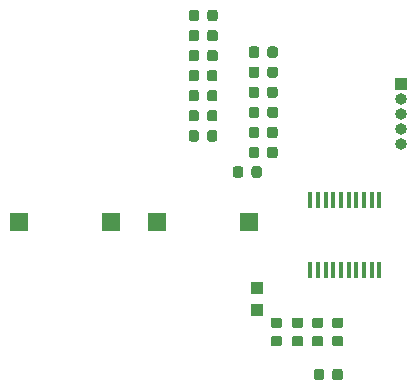
<source format=gbr>
G04 #@! TF.GenerationSoftware,KiCad,Pcbnew,5.1.4-1.fc30*
G04 #@! TF.CreationDate,2020-10-18T16:52:28+02:00*
G04 #@! TF.ProjectId,synchro2,73796e63-6872-46f3-922e-6b696361645f,rev?*
G04 #@! TF.SameCoordinates,Original*
G04 #@! TF.FileFunction,Paste,Top*
G04 #@! TF.FilePolarity,Positive*
%FSLAX46Y46*%
G04 Gerber Fmt 4.6, Leading zero omitted, Abs format (unit mm)*
G04 Created by KiCad (PCBNEW 5.1.4-1.fc30) date 2020-10-18 16:52:28*
%MOMM*%
%LPD*%
G04 APERTURE LIST*
%ADD10R,1.000000X1.000000*%
%ADD11O,1.000000X1.000000*%
%ADD12R,1.500000X1.500000*%
%ADD13C,0.100000*%
%ADD14C,0.875000*%
%ADD15R,0.450000X1.450000*%
G04 APERTURE END LIST*
D10*
X235820000Y-104630000D03*
D11*
X235820000Y-105900000D03*
X235820000Y-107170000D03*
X235820000Y-108440000D03*
X235820000Y-109710000D03*
D10*
X223650000Y-121860000D03*
X223650000Y-123760000D03*
D12*
X215200000Y-116300000D03*
X223000000Y-116300000D03*
D13*
G36*
X218552691Y-103426053D02*
G01*
X218573926Y-103429203D01*
X218594750Y-103434419D01*
X218614962Y-103441651D01*
X218634368Y-103450830D01*
X218652781Y-103461866D01*
X218670024Y-103474654D01*
X218685930Y-103489070D01*
X218700346Y-103504976D01*
X218713134Y-103522219D01*
X218724170Y-103540632D01*
X218733349Y-103560038D01*
X218740581Y-103580250D01*
X218745797Y-103601074D01*
X218748947Y-103622309D01*
X218750000Y-103643750D01*
X218750000Y-104156250D01*
X218748947Y-104177691D01*
X218745797Y-104198926D01*
X218740581Y-104219750D01*
X218733349Y-104239962D01*
X218724170Y-104259368D01*
X218713134Y-104277781D01*
X218700346Y-104295024D01*
X218685930Y-104310930D01*
X218670024Y-104325346D01*
X218652781Y-104338134D01*
X218634368Y-104349170D01*
X218614962Y-104358349D01*
X218594750Y-104365581D01*
X218573926Y-104370797D01*
X218552691Y-104373947D01*
X218531250Y-104375000D01*
X218093750Y-104375000D01*
X218072309Y-104373947D01*
X218051074Y-104370797D01*
X218030250Y-104365581D01*
X218010038Y-104358349D01*
X217990632Y-104349170D01*
X217972219Y-104338134D01*
X217954976Y-104325346D01*
X217939070Y-104310930D01*
X217924654Y-104295024D01*
X217911866Y-104277781D01*
X217900830Y-104259368D01*
X217891651Y-104239962D01*
X217884419Y-104219750D01*
X217879203Y-104198926D01*
X217876053Y-104177691D01*
X217875000Y-104156250D01*
X217875000Y-103643750D01*
X217876053Y-103622309D01*
X217879203Y-103601074D01*
X217884419Y-103580250D01*
X217891651Y-103560038D01*
X217900830Y-103540632D01*
X217911866Y-103522219D01*
X217924654Y-103504976D01*
X217939070Y-103489070D01*
X217954976Y-103474654D01*
X217972219Y-103461866D01*
X217990632Y-103450830D01*
X218010038Y-103441651D01*
X218030250Y-103434419D01*
X218051074Y-103429203D01*
X218072309Y-103426053D01*
X218093750Y-103425000D01*
X218531250Y-103425000D01*
X218552691Y-103426053D01*
X218552691Y-103426053D01*
G37*
D14*
X218312500Y-103900000D03*
D13*
G36*
X220127691Y-103426053D02*
G01*
X220148926Y-103429203D01*
X220169750Y-103434419D01*
X220189962Y-103441651D01*
X220209368Y-103450830D01*
X220227781Y-103461866D01*
X220245024Y-103474654D01*
X220260930Y-103489070D01*
X220275346Y-103504976D01*
X220288134Y-103522219D01*
X220299170Y-103540632D01*
X220308349Y-103560038D01*
X220315581Y-103580250D01*
X220320797Y-103601074D01*
X220323947Y-103622309D01*
X220325000Y-103643750D01*
X220325000Y-104156250D01*
X220323947Y-104177691D01*
X220320797Y-104198926D01*
X220315581Y-104219750D01*
X220308349Y-104239962D01*
X220299170Y-104259368D01*
X220288134Y-104277781D01*
X220275346Y-104295024D01*
X220260930Y-104310930D01*
X220245024Y-104325346D01*
X220227781Y-104338134D01*
X220209368Y-104349170D01*
X220189962Y-104358349D01*
X220169750Y-104365581D01*
X220148926Y-104370797D01*
X220127691Y-104373947D01*
X220106250Y-104375000D01*
X219668750Y-104375000D01*
X219647309Y-104373947D01*
X219626074Y-104370797D01*
X219605250Y-104365581D01*
X219585038Y-104358349D01*
X219565632Y-104349170D01*
X219547219Y-104338134D01*
X219529976Y-104325346D01*
X219514070Y-104310930D01*
X219499654Y-104295024D01*
X219486866Y-104277781D01*
X219475830Y-104259368D01*
X219466651Y-104239962D01*
X219459419Y-104219750D01*
X219454203Y-104198926D01*
X219451053Y-104177691D01*
X219450000Y-104156250D01*
X219450000Y-103643750D01*
X219451053Y-103622309D01*
X219454203Y-103601074D01*
X219459419Y-103580250D01*
X219466651Y-103560038D01*
X219475830Y-103540632D01*
X219486866Y-103522219D01*
X219499654Y-103504976D01*
X219514070Y-103489070D01*
X219529976Y-103474654D01*
X219547219Y-103461866D01*
X219565632Y-103450830D01*
X219585038Y-103441651D01*
X219605250Y-103434419D01*
X219626074Y-103429203D01*
X219647309Y-103426053D01*
X219668750Y-103425000D01*
X220106250Y-103425000D01*
X220127691Y-103426053D01*
X220127691Y-103426053D01*
G37*
D14*
X219887500Y-103900000D03*
D13*
G36*
X223652691Y-106526053D02*
G01*
X223673926Y-106529203D01*
X223694750Y-106534419D01*
X223714962Y-106541651D01*
X223734368Y-106550830D01*
X223752781Y-106561866D01*
X223770024Y-106574654D01*
X223785930Y-106589070D01*
X223800346Y-106604976D01*
X223813134Y-106622219D01*
X223824170Y-106640632D01*
X223833349Y-106660038D01*
X223840581Y-106680250D01*
X223845797Y-106701074D01*
X223848947Y-106722309D01*
X223850000Y-106743750D01*
X223850000Y-107256250D01*
X223848947Y-107277691D01*
X223845797Y-107298926D01*
X223840581Y-107319750D01*
X223833349Y-107339962D01*
X223824170Y-107359368D01*
X223813134Y-107377781D01*
X223800346Y-107395024D01*
X223785930Y-107410930D01*
X223770024Y-107425346D01*
X223752781Y-107438134D01*
X223734368Y-107449170D01*
X223714962Y-107458349D01*
X223694750Y-107465581D01*
X223673926Y-107470797D01*
X223652691Y-107473947D01*
X223631250Y-107475000D01*
X223193750Y-107475000D01*
X223172309Y-107473947D01*
X223151074Y-107470797D01*
X223130250Y-107465581D01*
X223110038Y-107458349D01*
X223090632Y-107449170D01*
X223072219Y-107438134D01*
X223054976Y-107425346D01*
X223039070Y-107410930D01*
X223024654Y-107395024D01*
X223011866Y-107377781D01*
X223000830Y-107359368D01*
X222991651Y-107339962D01*
X222984419Y-107319750D01*
X222979203Y-107298926D01*
X222976053Y-107277691D01*
X222975000Y-107256250D01*
X222975000Y-106743750D01*
X222976053Y-106722309D01*
X222979203Y-106701074D01*
X222984419Y-106680250D01*
X222991651Y-106660038D01*
X223000830Y-106640632D01*
X223011866Y-106622219D01*
X223024654Y-106604976D01*
X223039070Y-106589070D01*
X223054976Y-106574654D01*
X223072219Y-106561866D01*
X223090632Y-106550830D01*
X223110038Y-106541651D01*
X223130250Y-106534419D01*
X223151074Y-106529203D01*
X223172309Y-106526053D01*
X223193750Y-106525000D01*
X223631250Y-106525000D01*
X223652691Y-106526053D01*
X223652691Y-106526053D01*
G37*
D14*
X223412500Y-107000000D03*
D13*
G36*
X225227691Y-106526053D02*
G01*
X225248926Y-106529203D01*
X225269750Y-106534419D01*
X225289962Y-106541651D01*
X225309368Y-106550830D01*
X225327781Y-106561866D01*
X225345024Y-106574654D01*
X225360930Y-106589070D01*
X225375346Y-106604976D01*
X225388134Y-106622219D01*
X225399170Y-106640632D01*
X225408349Y-106660038D01*
X225415581Y-106680250D01*
X225420797Y-106701074D01*
X225423947Y-106722309D01*
X225425000Y-106743750D01*
X225425000Y-107256250D01*
X225423947Y-107277691D01*
X225420797Y-107298926D01*
X225415581Y-107319750D01*
X225408349Y-107339962D01*
X225399170Y-107359368D01*
X225388134Y-107377781D01*
X225375346Y-107395024D01*
X225360930Y-107410930D01*
X225345024Y-107425346D01*
X225327781Y-107438134D01*
X225309368Y-107449170D01*
X225289962Y-107458349D01*
X225269750Y-107465581D01*
X225248926Y-107470797D01*
X225227691Y-107473947D01*
X225206250Y-107475000D01*
X224768750Y-107475000D01*
X224747309Y-107473947D01*
X224726074Y-107470797D01*
X224705250Y-107465581D01*
X224685038Y-107458349D01*
X224665632Y-107449170D01*
X224647219Y-107438134D01*
X224629976Y-107425346D01*
X224614070Y-107410930D01*
X224599654Y-107395024D01*
X224586866Y-107377781D01*
X224575830Y-107359368D01*
X224566651Y-107339962D01*
X224559419Y-107319750D01*
X224554203Y-107298926D01*
X224551053Y-107277691D01*
X224550000Y-107256250D01*
X224550000Y-106743750D01*
X224551053Y-106722309D01*
X224554203Y-106701074D01*
X224559419Y-106680250D01*
X224566651Y-106660038D01*
X224575830Y-106640632D01*
X224586866Y-106622219D01*
X224599654Y-106604976D01*
X224614070Y-106589070D01*
X224629976Y-106574654D01*
X224647219Y-106561866D01*
X224665632Y-106550830D01*
X224685038Y-106541651D01*
X224705250Y-106534419D01*
X224726074Y-106529203D01*
X224747309Y-106526053D01*
X224768750Y-106525000D01*
X225206250Y-106525000D01*
X225227691Y-106526053D01*
X225227691Y-106526053D01*
G37*
D14*
X224987500Y-107000000D03*
D13*
G36*
X225227691Y-101426053D02*
G01*
X225248926Y-101429203D01*
X225269750Y-101434419D01*
X225289962Y-101441651D01*
X225309368Y-101450830D01*
X225327781Y-101461866D01*
X225345024Y-101474654D01*
X225360930Y-101489070D01*
X225375346Y-101504976D01*
X225388134Y-101522219D01*
X225399170Y-101540632D01*
X225408349Y-101560038D01*
X225415581Y-101580250D01*
X225420797Y-101601074D01*
X225423947Y-101622309D01*
X225425000Y-101643750D01*
X225425000Y-102156250D01*
X225423947Y-102177691D01*
X225420797Y-102198926D01*
X225415581Y-102219750D01*
X225408349Y-102239962D01*
X225399170Y-102259368D01*
X225388134Y-102277781D01*
X225375346Y-102295024D01*
X225360930Y-102310930D01*
X225345024Y-102325346D01*
X225327781Y-102338134D01*
X225309368Y-102349170D01*
X225289962Y-102358349D01*
X225269750Y-102365581D01*
X225248926Y-102370797D01*
X225227691Y-102373947D01*
X225206250Y-102375000D01*
X224768750Y-102375000D01*
X224747309Y-102373947D01*
X224726074Y-102370797D01*
X224705250Y-102365581D01*
X224685038Y-102358349D01*
X224665632Y-102349170D01*
X224647219Y-102338134D01*
X224629976Y-102325346D01*
X224614070Y-102310930D01*
X224599654Y-102295024D01*
X224586866Y-102277781D01*
X224575830Y-102259368D01*
X224566651Y-102239962D01*
X224559419Y-102219750D01*
X224554203Y-102198926D01*
X224551053Y-102177691D01*
X224550000Y-102156250D01*
X224550000Y-101643750D01*
X224551053Y-101622309D01*
X224554203Y-101601074D01*
X224559419Y-101580250D01*
X224566651Y-101560038D01*
X224575830Y-101540632D01*
X224586866Y-101522219D01*
X224599654Y-101504976D01*
X224614070Y-101489070D01*
X224629976Y-101474654D01*
X224647219Y-101461866D01*
X224665632Y-101450830D01*
X224685038Y-101441651D01*
X224705250Y-101434419D01*
X224726074Y-101429203D01*
X224747309Y-101426053D01*
X224768750Y-101425000D01*
X225206250Y-101425000D01*
X225227691Y-101426053D01*
X225227691Y-101426053D01*
G37*
D14*
X224987500Y-101900000D03*
D13*
G36*
X223652691Y-101426053D02*
G01*
X223673926Y-101429203D01*
X223694750Y-101434419D01*
X223714962Y-101441651D01*
X223734368Y-101450830D01*
X223752781Y-101461866D01*
X223770024Y-101474654D01*
X223785930Y-101489070D01*
X223800346Y-101504976D01*
X223813134Y-101522219D01*
X223824170Y-101540632D01*
X223833349Y-101560038D01*
X223840581Y-101580250D01*
X223845797Y-101601074D01*
X223848947Y-101622309D01*
X223850000Y-101643750D01*
X223850000Y-102156250D01*
X223848947Y-102177691D01*
X223845797Y-102198926D01*
X223840581Y-102219750D01*
X223833349Y-102239962D01*
X223824170Y-102259368D01*
X223813134Y-102277781D01*
X223800346Y-102295024D01*
X223785930Y-102310930D01*
X223770024Y-102325346D01*
X223752781Y-102338134D01*
X223734368Y-102349170D01*
X223714962Y-102358349D01*
X223694750Y-102365581D01*
X223673926Y-102370797D01*
X223652691Y-102373947D01*
X223631250Y-102375000D01*
X223193750Y-102375000D01*
X223172309Y-102373947D01*
X223151074Y-102370797D01*
X223130250Y-102365581D01*
X223110038Y-102358349D01*
X223090632Y-102349170D01*
X223072219Y-102338134D01*
X223054976Y-102325346D01*
X223039070Y-102310930D01*
X223024654Y-102295024D01*
X223011866Y-102277781D01*
X223000830Y-102259368D01*
X222991651Y-102239962D01*
X222984419Y-102219750D01*
X222979203Y-102198926D01*
X222976053Y-102177691D01*
X222975000Y-102156250D01*
X222975000Y-101643750D01*
X222976053Y-101622309D01*
X222979203Y-101601074D01*
X222984419Y-101580250D01*
X222991651Y-101560038D01*
X223000830Y-101540632D01*
X223011866Y-101522219D01*
X223024654Y-101504976D01*
X223039070Y-101489070D01*
X223054976Y-101474654D01*
X223072219Y-101461866D01*
X223090632Y-101450830D01*
X223110038Y-101441651D01*
X223130250Y-101434419D01*
X223151074Y-101429203D01*
X223172309Y-101426053D01*
X223193750Y-101425000D01*
X223631250Y-101425000D01*
X223652691Y-101426053D01*
X223652691Y-101426053D01*
G37*
D14*
X223412500Y-101900000D03*
D13*
G36*
X225215191Y-109926053D02*
G01*
X225236426Y-109929203D01*
X225257250Y-109934419D01*
X225277462Y-109941651D01*
X225296868Y-109950830D01*
X225315281Y-109961866D01*
X225332524Y-109974654D01*
X225348430Y-109989070D01*
X225362846Y-110004976D01*
X225375634Y-110022219D01*
X225386670Y-110040632D01*
X225395849Y-110060038D01*
X225403081Y-110080250D01*
X225408297Y-110101074D01*
X225411447Y-110122309D01*
X225412500Y-110143750D01*
X225412500Y-110656250D01*
X225411447Y-110677691D01*
X225408297Y-110698926D01*
X225403081Y-110719750D01*
X225395849Y-110739962D01*
X225386670Y-110759368D01*
X225375634Y-110777781D01*
X225362846Y-110795024D01*
X225348430Y-110810930D01*
X225332524Y-110825346D01*
X225315281Y-110838134D01*
X225296868Y-110849170D01*
X225277462Y-110858349D01*
X225257250Y-110865581D01*
X225236426Y-110870797D01*
X225215191Y-110873947D01*
X225193750Y-110875000D01*
X224756250Y-110875000D01*
X224734809Y-110873947D01*
X224713574Y-110870797D01*
X224692750Y-110865581D01*
X224672538Y-110858349D01*
X224653132Y-110849170D01*
X224634719Y-110838134D01*
X224617476Y-110825346D01*
X224601570Y-110810930D01*
X224587154Y-110795024D01*
X224574366Y-110777781D01*
X224563330Y-110759368D01*
X224554151Y-110739962D01*
X224546919Y-110719750D01*
X224541703Y-110698926D01*
X224538553Y-110677691D01*
X224537500Y-110656250D01*
X224537500Y-110143750D01*
X224538553Y-110122309D01*
X224541703Y-110101074D01*
X224546919Y-110080250D01*
X224554151Y-110060038D01*
X224563330Y-110040632D01*
X224574366Y-110022219D01*
X224587154Y-110004976D01*
X224601570Y-109989070D01*
X224617476Y-109974654D01*
X224634719Y-109961866D01*
X224653132Y-109950830D01*
X224672538Y-109941651D01*
X224692750Y-109934419D01*
X224713574Y-109929203D01*
X224734809Y-109926053D01*
X224756250Y-109925000D01*
X225193750Y-109925000D01*
X225215191Y-109926053D01*
X225215191Y-109926053D01*
G37*
D14*
X224975000Y-110400000D03*
D13*
G36*
X223640191Y-109926053D02*
G01*
X223661426Y-109929203D01*
X223682250Y-109934419D01*
X223702462Y-109941651D01*
X223721868Y-109950830D01*
X223740281Y-109961866D01*
X223757524Y-109974654D01*
X223773430Y-109989070D01*
X223787846Y-110004976D01*
X223800634Y-110022219D01*
X223811670Y-110040632D01*
X223820849Y-110060038D01*
X223828081Y-110080250D01*
X223833297Y-110101074D01*
X223836447Y-110122309D01*
X223837500Y-110143750D01*
X223837500Y-110656250D01*
X223836447Y-110677691D01*
X223833297Y-110698926D01*
X223828081Y-110719750D01*
X223820849Y-110739962D01*
X223811670Y-110759368D01*
X223800634Y-110777781D01*
X223787846Y-110795024D01*
X223773430Y-110810930D01*
X223757524Y-110825346D01*
X223740281Y-110838134D01*
X223721868Y-110849170D01*
X223702462Y-110858349D01*
X223682250Y-110865581D01*
X223661426Y-110870797D01*
X223640191Y-110873947D01*
X223618750Y-110875000D01*
X223181250Y-110875000D01*
X223159809Y-110873947D01*
X223138574Y-110870797D01*
X223117750Y-110865581D01*
X223097538Y-110858349D01*
X223078132Y-110849170D01*
X223059719Y-110838134D01*
X223042476Y-110825346D01*
X223026570Y-110810930D01*
X223012154Y-110795024D01*
X222999366Y-110777781D01*
X222988330Y-110759368D01*
X222979151Y-110739962D01*
X222971919Y-110719750D01*
X222966703Y-110698926D01*
X222963553Y-110677691D01*
X222962500Y-110656250D01*
X222962500Y-110143750D01*
X222963553Y-110122309D01*
X222966703Y-110101074D01*
X222971919Y-110080250D01*
X222979151Y-110060038D01*
X222988330Y-110040632D01*
X222999366Y-110022219D01*
X223012154Y-110004976D01*
X223026570Y-109989070D01*
X223042476Y-109974654D01*
X223059719Y-109961866D01*
X223078132Y-109950830D01*
X223097538Y-109941651D01*
X223117750Y-109934419D01*
X223138574Y-109929203D01*
X223159809Y-109926053D01*
X223181250Y-109925000D01*
X223618750Y-109925000D01*
X223640191Y-109926053D01*
X223640191Y-109926053D01*
G37*
D14*
X223400000Y-110400000D03*
D13*
G36*
X218552691Y-106826053D02*
G01*
X218573926Y-106829203D01*
X218594750Y-106834419D01*
X218614962Y-106841651D01*
X218634368Y-106850830D01*
X218652781Y-106861866D01*
X218670024Y-106874654D01*
X218685930Y-106889070D01*
X218700346Y-106904976D01*
X218713134Y-106922219D01*
X218724170Y-106940632D01*
X218733349Y-106960038D01*
X218740581Y-106980250D01*
X218745797Y-107001074D01*
X218748947Y-107022309D01*
X218750000Y-107043750D01*
X218750000Y-107556250D01*
X218748947Y-107577691D01*
X218745797Y-107598926D01*
X218740581Y-107619750D01*
X218733349Y-107639962D01*
X218724170Y-107659368D01*
X218713134Y-107677781D01*
X218700346Y-107695024D01*
X218685930Y-107710930D01*
X218670024Y-107725346D01*
X218652781Y-107738134D01*
X218634368Y-107749170D01*
X218614962Y-107758349D01*
X218594750Y-107765581D01*
X218573926Y-107770797D01*
X218552691Y-107773947D01*
X218531250Y-107775000D01*
X218093750Y-107775000D01*
X218072309Y-107773947D01*
X218051074Y-107770797D01*
X218030250Y-107765581D01*
X218010038Y-107758349D01*
X217990632Y-107749170D01*
X217972219Y-107738134D01*
X217954976Y-107725346D01*
X217939070Y-107710930D01*
X217924654Y-107695024D01*
X217911866Y-107677781D01*
X217900830Y-107659368D01*
X217891651Y-107639962D01*
X217884419Y-107619750D01*
X217879203Y-107598926D01*
X217876053Y-107577691D01*
X217875000Y-107556250D01*
X217875000Y-107043750D01*
X217876053Y-107022309D01*
X217879203Y-107001074D01*
X217884419Y-106980250D01*
X217891651Y-106960038D01*
X217900830Y-106940632D01*
X217911866Y-106922219D01*
X217924654Y-106904976D01*
X217939070Y-106889070D01*
X217954976Y-106874654D01*
X217972219Y-106861866D01*
X217990632Y-106850830D01*
X218010038Y-106841651D01*
X218030250Y-106834419D01*
X218051074Y-106829203D01*
X218072309Y-106826053D01*
X218093750Y-106825000D01*
X218531250Y-106825000D01*
X218552691Y-106826053D01*
X218552691Y-106826053D01*
G37*
D14*
X218312500Y-107300000D03*
D13*
G36*
X220127691Y-106826053D02*
G01*
X220148926Y-106829203D01*
X220169750Y-106834419D01*
X220189962Y-106841651D01*
X220209368Y-106850830D01*
X220227781Y-106861866D01*
X220245024Y-106874654D01*
X220260930Y-106889070D01*
X220275346Y-106904976D01*
X220288134Y-106922219D01*
X220299170Y-106940632D01*
X220308349Y-106960038D01*
X220315581Y-106980250D01*
X220320797Y-107001074D01*
X220323947Y-107022309D01*
X220325000Y-107043750D01*
X220325000Y-107556250D01*
X220323947Y-107577691D01*
X220320797Y-107598926D01*
X220315581Y-107619750D01*
X220308349Y-107639962D01*
X220299170Y-107659368D01*
X220288134Y-107677781D01*
X220275346Y-107695024D01*
X220260930Y-107710930D01*
X220245024Y-107725346D01*
X220227781Y-107738134D01*
X220209368Y-107749170D01*
X220189962Y-107758349D01*
X220169750Y-107765581D01*
X220148926Y-107770797D01*
X220127691Y-107773947D01*
X220106250Y-107775000D01*
X219668750Y-107775000D01*
X219647309Y-107773947D01*
X219626074Y-107770797D01*
X219605250Y-107765581D01*
X219585038Y-107758349D01*
X219565632Y-107749170D01*
X219547219Y-107738134D01*
X219529976Y-107725346D01*
X219514070Y-107710930D01*
X219499654Y-107695024D01*
X219486866Y-107677781D01*
X219475830Y-107659368D01*
X219466651Y-107639962D01*
X219459419Y-107619750D01*
X219454203Y-107598926D01*
X219451053Y-107577691D01*
X219450000Y-107556250D01*
X219450000Y-107043750D01*
X219451053Y-107022309D01*
X219454203Y-107001074D01*
X219459419Y-106980250D01*
X219466651Y-106960038D01*
X219475830Y-106940632D01*
X219486866Y-106922219D01*
X219499654Y-106904976D01*
X219514070Y-106889070D01*
X219529976Y-106874654D01*
X219547219Y-106861866D01*
X219565632Y-106850830D01*
X219585038Y-106841651D01*
X219605250Y-106834419D01*
X219626074Y-106829203D01*
X219647309Y-106826053D01*
X219668750Y-106825000D01*
X220106250Y-106825000D01*
X220127691Y-106826053D01*
X220127691Y-106826053D01*
G37*
D14*
X219887500Y-107300000D03*
D13*
G36*
X230777691Y-125951053D02*
G01*
X230798926Y-125954203D01*
X230819750Y-125959419D01*
X230839962Y-125966651D01*
X230859368Y-125975830D01*
X230877781Y-125986866D01*
X230895024Y-125999654D01*
X230910930Y-126014070D01*
X230925346Y-126029976D01*
X230938134Y-126047219D01*
X230949170Y-126065632D01*
X230958349Y-126085038D01*
X230965581Y-126105250D01*
X230970797Y-126126074D01*
X230973947Y-126147309D01*
X230975000Y-126168750D01*
X230975000Y-126606250D01*
X230973947Y-126627691D01*
X230970797Y-126648926D01*
X230965581Y-126669750D01*
X230958349Y-126689962D01*
X230949170Y-126709368D01*
X230938134Y-126727781D01*
X230925346Y-126745024D01*
X230910930Y-126760930D01*
X230895024Y-126775346D01*
X230877781Y-126788134D01*
X230859368Y-126799170D01*
X230839962Y-126808349D01*
X230819750Y-126815581D01*
X230798926Y-126820797D01*
X230777691Y-126823947D01*
X230756250Y-126825000D01*
X230243750Y-126825000D01*
X230222309Y-126823947D01*
X230201074Y-126820797D01*
X230180250Y-126815581D01*
X230160038Y-126808349D01*
X230140632Y-126799170D01*
X230122219Y-126788134D01*
X230104976Y-126775346D01*
X230089070Y-126760930D01*
X230074654Y-126745024D01*
X230061866Y-126727781D01*
X230050830Y-126709368D01*
X230041651Y-126689962D01*
X230034419Y-126669750D01*
X230029203Y-126648926D01*
X230026053Y-126627691D01*
X230025000Y-126606250D01*
X230025000Y-126168750D01*
X230026053Y-126147309D01*
X230029203Y-126126074D01*
X230034419Y-126105250D01*
X230041651Y-126085038D01*
X230050830Y-126065632D01*
X230061866Y-126047219D01*
X230074654Y-126029976D01*
X230089070Y-126014070D01*
X230104976Y-125999654D01*
X230122219Y-125986866D01*
X230140632Y-125975830D01*
X230160038Y-125966651D01*
X230180250Y-125959419D01*
X230201074Y-125954203D01*
X230222309Y-125951053D01*
X230243750Y-125950000D01*
X230756250Y-125950000D01*
X230777691Y-125951053D01*
X230777691Y-125951053D01*
G37*
D14*
X230500000Y-126387500D03*
D13*
G36*
X230777691Y-124376053D02*
G01*
X230798926Y-124379203D01*
X230819750Y-124384419D01*
X230839962Y-124391651D01*
X230859368Y-124400830D01*
X230877781Y-124411866D01*
X230895024Y-124424654D01*
X230910930Y-124439070D01*
X230925346Y-124454976D01*
X230938134Y-124472219D01*
X230949170Y-124490632D01*
X230958349Y-124510038D01*
X230965581Y-124530250D01*
X230970797Y-124551074D01*
X230973947Y-124572309D01*
X230975000Y-124593750D01*
X230975000Y-125031250D01*
X230973947Y-125052691D01*
X230970797Y-125073926D01*
X230965581Y-125094750D01*
X230958349Y-125114962D01*
X230949170Y-125134368D01*
X230938134Y-125152781D01*
X230925346Y-125170024D01*
X230910930Y-125185930D01*
X230895024Y-125200346D01*
X230877781Y-125213134D01*
X230859368Y-125224170D01*
X230839962Y-125233349D01*
X230819750Y-125240581D01*
X230798926Y-125245797D01*
X230777691Y-125248947D01*
X230756250Y-125250000D01*
X230243750Y-125250000D01*
X230222309Y-125248947D01*
X230201074Y-125245797D01*
X230180250Y-125240581D01*
X230160038Y-125233349D01*
X230140632Y-125224170D01*
X230122219Y-125213134D01*
X230104976Y-125200346D01*
X230089070Y-125185930D01*
X230074654Y-125170024D01*
X230061866Y-125152781D01*
X230050830Y-125134368D01*
X230041651Y-125114962D01*
X230034419Y-125094750D01*
X230029203Y-125073926D01*
X230026053Y-125052691D01*
X230025000Y-125031250D01*
X230025000Y-124593750D01*
X230026053Y-124572309D01*
X230029203Y-124551074D01*
X230034419Y-124530250D01*
X230041651Y-124510038D01*
X230050830Y-124490632D01*
X230061866Y-124472219D01*
X230074654Y-124454976D01*
X230089070Y-124439070D01*
X230104976Y-124424654D01*
X230122219Y-124411866D01*
X230140632Y-124400830D01*
X230160038Y-124391651D01*
X230180250Y-124384419D01*
X230201074Y-124379203D01*
X230222309Y-124376053D01*
X230243750Y-124375000D01*
X230756250Y-124375000D01*
X230777691Y-124376053D01*
X230777691Y-124376053D01*
G37*
D14*
X230500000Y-124812500D03*
D13*
G36*
X225215191Y-104826053D02*
G01*
X225236426Y-104829203D01*
X225257250Y-104834419D01*
X225277462Y-104841651D01*
X225296868Y-104850830D01*
X225315281Y-104861866D01*
X225332524Y-104874654D01*
X225348430Y-104889070D01*
X225362846Y-104904976D01*
X225375634Y-104922219D01*
X225386670Y-104940632D01*
X225395849Y-104960038D01*
X225403081Y-104980250D01*
X225408297Y-105001074D01*
X225411447Y-105022309D01*
X225412500Y-105043750D01*
X225412500Y-105556250D01*
X225411447Y-105577691D01*
X225408297Y-105598926D01*
X225403081Y-105619750D01*
X225395849Y-105639962D01*
X225386670Y-105659368D01*
X225375634Y-105677781D01*
X225362846Y-105695024D01*
X225348430Y-105710930D01*
X225332524Y-105725346D01*
X225315281Y-105738134D01*
X225296868Y-105749170D01*
X225277462Y-105758349D01*
X225257250Y-105765581D01*
X225236426Y-105770797D01*
X225215191Y-105773947D01*
X225193750Y-105775000D01*
X224756250Y-105775000D01*
X224734809Y-105773947D01*
X224713574Y-105770797D01*
X224692750Y-105765581D01*
X224672538Y-105758349D01*
X224653132Y-105749170D01*
X224634719Y-105738134D01*
X224617476Y-105725346D01*
X224601570Y-105710930D01*
X224587154Y-105695024D01*
X224574366Y-105677781D01*
X224563330Y-105659368D01*
X224554151Y-105639962D01*
X224546919Y-105619750D01*
X224541703Y-105598926D01*
X224538553Y-105577691D01*
X224537500Y-105556250D01*
X224537500Y-105043750D01*
X224538553Y-105022309D01*
X224541703Y-105001074D01*
X224546919Y-104980250D01*
X224554151Y-104960038D01*
X224563330Y-104940632D01*
X224574366Y-104922219D01*
X224587154Y-104904976D01*
X224601570Y-104889070D01*
X224617476Y-104874654D01*
X224634719Y-104861866D01*
X224653132Y-104850830D01*
X224672538Y-104841651D01*
X224692750Y-104834419D01*
X224713574Y-104829203D01*
X224734809Y-104826053D01*
X224756250Y-104825000D01*
X225193750Y-104825000D01*
X225215191Y-104826053D01*
X225215191Y-104826053D01*
G37*
D14*
X224975000Y-105300000D03*
D13*
G36*
X223640191Y-104826053D02*
G01*
X223661426Y-104829203D01*
X223682250Y-104834419D01*
X223702462Y-104841651D01*
X223721868Y-104850830D01*
X223740281Y-104861866D01*
X223757524Y-104874654D01*
X223773430Y-104889070D01*
X223787846Y-104904976D01*
X223800634Y-104922219D01*
X223811670Y-104940632D01*
X223820849Y-104960038D01*
X223828081Y-104980250D01*
X223833297Y-105001074D01*
X223836447Y-105022309D01*
X223837500Y-105043750D01*
X223837500Y-105556250D01*
X223836447Y-105577691D01*
X223833297Y-105598926D01*
X223828081Y-105619750D01*
X223820849Y-105639962D01*
X223811670Y-105659368D01*
X223800634Y-105677781D01*
X223787846Y-105695024D01*
X223773430Y-105710930D01*
X223757524Y-105725346D01*
X223740281Y-105738134D01*
X223721868Y-105749170D01*
X223702462Y-105758349D01*
X223682250Y-105765581D01*
X223661426Y-105770797D01*
X223640191Y-105773947D01*
X223618750Y-105775000D01*
X223181250Y-105775000D01*
X223159809Y-105773947D01*
X223138574Y-105770797D01*
X223117750Y-105765581D01*
X223097538Y-105758349D01*
X223078132Y-105749170D01*
X223059719Y-105738134D01*
X223042476Y-105725346D01*
X223026570Y-105710930D01*
X223012154Y-105695024D01*
X222999366Y-105677781D01*
X222988330Y-105659368D01*
X222979151Y-105639962D01*
X222971919Y-105619750D01*
X222966703Y-105598926D01*
X222963553Y-105577691D01*
X222962500Y-105556250D01*
X222962500Y-105043750D01*
X222963553Y-105022309D01*
X222966703Y-105001074D01*
X222971919Y-104980250D01*
X222979151Y-104960038D01*
X222988330Y-104940632D01*
X222999366Y-104922219D01*
X223012154Y-104904976D01*
X223026570Y-104889070D01*
X223042476Y-104874654D01*
X223059719Y-104861866D01*
X223078132Y-104850830D01*
X223097538Y-104841651D01*
X223117750Y-104834419D01*
X223138574Y-104829203D01*
X223159809Y-104826053D01*
X223181250Y-104825000D01*
X223618750Y-104825000D01*
X223640191Y-104826053D01*
X223640191Y-104826053D01*
G37*
D14*
X223400000Y-105300000D03*
D13*
G36*
X220140191Y-101726053D02*
G01*
X220161426Y-101729203D01*
X220182250Y-101734419D01*
X220202462Y-101741651D01*
X220221868Y-101750830D01*
X220240281Y-101761866D01*
X220257524Y-101774654D01*
X220273430Y-101789070D01*
X220287846Y-101804976D01*
X220300634Y-101822219D01*
X220311670Y-101840632D01*
X220320849Y-101860038D01*
X220328081Y-101880250D01*
X220333297Y-101901074D01*
X220336447Y-101922309D01*
X220337500Y-101943750D01*
X220337500Y-102456250D01*
X220336447Y-102477691D01*
X220333297Y-102498926D01*
X220328081Y-102519750D01*
X220320849Y-102539962D01*
X220311670Y-102559368D01*
X220300634Y-102577781D01*
X220287846Y-102595024D01*
X220273430Y-102610930D01*
X220257524Y-102625346D01*
X220240281Y-102638134D01*
X220221868Y-102649170D01*
X220202462Y-102658349D01*
X220182250Y-102665581D01*
X220161426Y-102670797D01*
X220140191Y-102673947D01*
X220118750Y-102675000D01*
X219681250Y-102675000D01*
X219659809Y-102673947D01*
X219638574Y-102670797D01*
X219617750Y-102665581D01*
X219597538Y-102658349D01*
X219578132Y-102649170D01*
X219559719Y-102638134D01*
X219542476Y-102625346D01*
X219526570Y-102610930D01*
X219512154Y-102595024D01*
X219499366Y-102577781D01*
X219488330Y-102559368D01*
X219479151Y-102539962D01*
X219471919Y-102519750D01*
X219466703Y-102498926D01*
X219463553Y-102477691D01*
X219462500Y-102456250D01*
X219462500Y-101943750D01*
X219463553Y-101922309D01*
X219466703Y-101901074D01*
X219471919Y-101880250D01*
X219479151Y-101860038D01*
X219488330Y-101840632D01*
X219499366Y-101822219D01*
X219512154Y-101804976D01*
X219526570Y-101789070D01*
X219542476Y-101774654D01*
X219559719Y-101761866D01*
X219578132Y-101750830D01*
X219597538Y-101741651D01*
X219617750Y-101734419D01*
X219638574Y-101729203D01*
X219659809Y-101726053D01*
X219681250Y-101725000D01*
X220118750Y-101725000D01*
X220140191Y-101726053D01*
X220140191Y-101726053D01*
G37*
D14*
X219900000Y-102200000D03*
D13*
G36*
X218565191Y-101726053D02*
G01*
X218586426Y-101729203D01*
X218607250Y-101734419D01*
X218627462Y-101741651D01*
X218646868Y-101750830D01*
X218665281Y-101761866D01*
X218682524Y-101774654D01*
X218698430Y-101789070D01*
X218712846Y-101804976D01*
X218725634Y-101822219D01*
X218736670Y-101840632D01*
X218745849Y-101860038D01*
X218753081Y-101880250D01*
X218758297Y-101901074D01*
X218761447Y-101922309D01*
X218762500Y-101943750D01*
X218762500Y-102456250D01*
X218761447Y-102477691D01*
X218758297Y-102498926D01*
X218753081Y-102519750D01*
X218745849Y-102539962D01*
X218736670Y-102559368D01*
X218725634Y-102577781D01*
X218712846Y-102595024D01*
X218698430Y-102610930D01*
X218682524Y-102625346D01*
X218665281Y-102638134D01*
X218646868Y-102649170D01*
X218627462Y-102658349D01*
X218607250Y-102665581D01*
X218586426Y-102670797D01*
X218565191Y-102673947D01*
X218543750Y-102675000D01*
X218106250Y-102675000D01*
X218084809Y-102673947D01*
X218063574Y-102670797D01*
X218042750Y-102665581D01*
X218022538Y-102658349D01*
X218003132Y-102649170D01*
X217984719Y-102638134D01*
X217967476Y-102625346D01*
X217951570Y-102610930D01*
X217937154Y-102595024D01*
X217924366Y-102577781D01*
X217913330Y-102559368D01*
X217904151Y-102539962D01*
X217896919Y-102519750D01*
X217891703Y-102498926D01*
X217888553Y-102477691D01*
X217887500Y-102456250D01*
X217887500Y-101943750D01*
X217888553Y-101922309D01*
X217891703Y-101901074D01*
X217896919Y-101880250D01*
X217904151Y-101860038D01*
X217913330Y-101840632D01*
X217924366Y-101822219D01*
X217937154Y-101804976D01*
X217951570Y-101789070D01*
X217967476Y-101774654D01*
X217984719Y-101761866D01*
X218003132Y-101750830D01*
X218022538Y-101741651D01*
X218042750Y-101734419D01*
X218063574Y-101729203D01*
X218084809Y-101726053D01*
X218106250Y-101725000D01*
X218543750Y-101725000D01*
X218565191Y-101726053D01*
X218565191Y-101726053D01*
G37*
D14*
X218325000Y-102200000D03*
D13*
G36*
X220127691Y-105126053D02*
G01*
X220148926Y-105129203D01*
X220169750Y-105134419D01*
X220189962Y-105141651D01*
X220209368Y-105150830D01*
X220227781Y-105161866D01*
X220245024Y-105174654D01*
X220260930Y-105189070D01*
X220275346Y-105204976D01*
X220288134Y-105222219D01*
X220299170Y-105240632D01*
X220308349Y-105260038D01*
X220315581Y-105280250D01*
X220320797Y-105301074D01*
X220323947Y-105322309D01*
X220325000Y-105343750D01*
X220325000Y-105856250D01*
X220323947Y-105877691D01*
X220320797Y-105898926D01*
X220315581Y-105919750D01*
X220308349Y-105939962D01*
X220299170Y-105959368D01*
X220288134Y-105977781D01*
X220275346Y-105995024D01*
X220260930Y-106010930D01*
X220245024Y-106025346D01*
X220227781Y-106038134D01*
X220209368Y-106049170D01*
X220189962Y-106058349D01*
X220169750Y-106065581D01*
X220148926Y-106070797D01*
X220127691Y-106073947D01*
X220106250Y-106075000D01*
X219668750Y-106075000D01*
X219647309Y-106073947D01*
X219626074Y-106070797D01*
X219605250Y-106065581D01*
X219585038Y-106058349D01*
X219565632Y-106049170D01*
X219547219Y-106038134D01*
X219529976Y-106025346D01*
X219514070Y-106010930D01*
X219499654Y-105995024D01*
X219486866Y-105977781D01*
X219475830Y-105959368D01*
X219466651Y-105939962D01*
X219459419Y-105919750D01*
X219454203Y-105898926D01*
X219451053Y-105877691D01*
X219450000Y-105856250D01*
X219450000Y-105343750D01*
X219451053Y-105322309D01*
X219454203Y-105301074D01*
X219459419Y-105280250D01*
X219466651Y-105260038D01*
X219475830Y-105240632D01*
X219486866Y-105222219D01*
X219499654Y-105204976D01*
X219514070Y-105189070D01*
X219529976Y-105174654D01*
X219547219Y-105161866D01*
X219565632Y-105150830D01*
X219585038Y-105141651D01*
X219605250Y-105134419D01*
X219626074Y-105129203D01*
X219647309Y-105126053D01*
X219668750Y-105125000D01*
X220106250Y-105125000D01*
X220127691Y-105126053D01*
X220127691Y-105126053D01*
G37*
D14*
X219887500Y-105600000D03*
D13*
G36*
X218552691Y-105126053D02*
G01*
X218573926Y-105129203D01*
X218594750Y-105134419D01*
X218614962Y-105141651D01*
X218634368Y-105150830D01*
X218652781Y-105161866D01*
X218670024Y-105174654D01*
X218685930Y-105189070D01*
X218700346Y-105204976D01*
X218713134Y-105222219D01*
X218724170Y-105240632D01*
X218733349Y-105260038D01*
X218740581Y-105280250D01*
X218745797Y-105301074D01*
X218748947Y-105322309D01*
X218750000Y-105343750D01*
X218750000Y-105856250D01*
X218748947Y-105877691D01*
X218745797Y-105898926D01*
X218740581Y-105919750D01*
X218733349Y-105939962D01*
X218724170Y-105959368D01*
X218713134Y-105977781D01*
X218700346Y-105995024D01*
X218685930Y-106010930D01*
X218670024Y-106025346D01*
X218652781Y-106038134D01*
X218634368Y-106049170D01*
X218614962Y-106058349D01*
X218594750Y-106065581D01*
X218573926Y-106070797D01*
X218552691Y-106073947D01*
X218531250Y-106075000D01*
X218093750Y-106075000D01*
X218072309Y-106073947D01*
X218051074Y-106070797D01*
X218030250Y-106065581D01*
X218010038Y-106058349D01*
X217990632Y-106049170D01*
X217972219Y-106038134D01*
X217954976Y-106025346D01*
X217939070Y-106010930D01*
X217924654Y-105995024D01*
X217911866Y-105977781D01*
X217900830Y-105959368D01*
X217891651Y-105939962D01*
X217884419Y-105919750D01*
X217879203Y-105898926D01*
X217876053Y-105877691D01*
X217875000Y-105856250D01*
X217875000Y-105343750D01*
X217876053Y-105322309D01*
X217879203Y-105301074D01*
X217884419Y-105280250D01*
X217891651Y-105260038D01*
X217900830Y-105240632D01*
X217911866Y-105222219D01*
X217924654Y-105204976D01*
X217939070Y-105189070D01*
X217954976Y-105174654D01*
X217972219Y-105161866D01*
X217990632Y-105150830D01*
X218010038Y-105141651D01*
X218030250Y-105134419D01*
X218051074Y-105129203D01*
X218072309Y-105126053D01*
X218093750Y-105125000D01*
X218531250Y-105125000D01*
X218552691Y-105126053D01*
X218552691Y-105126053D01*
G37*
D14*
X218312500Y-105600000D03*
D13*
G36*
X223652691Y-103126053D02*
G01*
X223673926Y-103129203D01*
X223694750Y-103134419D01*
X223714962Y-103141651D01*
X223734368Y-103150830D01*
X223752781Y-103161866D01*
X223770024Y-103174654D01*
X223785930Y-103189070D01*
X223800346Y-103204976D01*
X223813134Y-103222219D01*
X223824170Y-103240632D01*
X223833349Y-103260038D01*
X223840581Y-103280250D01*
X223845797Y-103301074D01*
X223848947Y-103322309D01*
X223850000Y-103343750D01*
X223850000Y-103856250D01*
X223848947Y-103877691D01*
X223845797Y-103898926D01*
X223840581Y-103919750D01*
X223833349Y-103939962D01*
X223824170Y-103959368D01*
X223813134Y-103977781D01*
X223800346Y-103995024D01*
X223785930Y-104010930D01*
X223770024Y-104025346D01*
X223752781Y-104038134D01*
X223734368Y-104049170D01*
X223714962Y-104058349D01*
X223694750Y-104065581D01*
X223673926Y-104070797D01*
X223652691Y-104073947D01*
X223631250Y-104075000D01*
X223193750Y-104075000D01*
X223172309Y-104073947D01*
X223151074Y-104070797D01*
X223130250Y-104065581D01*
X223110038Y-104058349D01*
X223090632Y-104049170D01*
X223072219Y-104038134D01*
X223054976Y-104025346D01*
X223039070Y-104010930D01*
X223024654Y-103995024D01*
X223011866Y-103977781D01*
X223000830Y-103959368D01*
X222991651Y-103939962D01*
X222984419Y-103919750D01*
X222979203Y-103898926D01*
X222976053Y-103877691D01*
X222975000Y-103856250D01*
X222975000Y-103343750D01*
X222976053Y-103322309D01*
X222979203Y-103301074D01*
X222984419Y-103280250D01*
X222991651Y-103260038D01*
X223000830Y-103240632D01*
X223011866Y-103222219D01*
X223024654Y-103204976D01*
X223039070Y-103189070D01*
X223054976Y-103174654D01*
X223072219Y-103161866D01*
X223090632Y-103150830D01*
X223110038Y-103141651D01*
X223130250Y-103134419D01*
X223151074Y-103129203D01*
X223172309Y-103126053D01*
X223193750Y-103125000D01*
X223631250Y-103125000D01*
X223652691Y-103126053D01*
X223652691Y-103126053D01*
G37*
D14*
X223412500Y-103600000D03*
D13*
G36*
X225227691Y-103126053D02*
G01*
X225248926Y-103129203D01*
X225269750Y-103134419D01*
X225289962Y-103141651D01*
X225309368Y-103150830D01*
X225327781Y-103161866D01*
X225345024Y-103174654D01*
X225360930Y-103189070D01*
X225375346Y-103204976D01*
X225388134Y-103222219D01*
X225399170Y-103240632D01*
X225408349Y-103260038D01*
X225415581Y-103280250D01*
X225420797Y-103301074D01*
X225423947Y-103322309D01*
X225425000Y-103343750D01*
X225425000Y-103856250D01*
X225423947Y-103877691D01*
X225420797Y-103898926D01*
X225415581Y-103919750D01*
X225408349Y-103939962D01*
X225399170Y-103959368D01*
X225388134Y-103977781D01*
X225375346Y-103995024D01*
X225360930Y-104010930D01*
X225345024Y-104025346D01*
X225327781Y-104038134D01*
X225309368Y-104049170D01*
X225289962Y-104058349D01*
X225269750Y-104065581D01*
X225248926Y-104070797D01*
X225227691Y-104073947D01*
X225206250Y-104075000D01*
X224768750Y-104075000D01*
X224747309Y-104073947D01*
X224726074Y-104070797D01*
X224705250Y-104065581D01*
X224685038Y-104058349D01*
X224665632Y-104049170D01*
X224647219Y-104038134D01*
X224629976Y-104025346D01*
X224614070Y-104010930D01*
X224599654Y-103995024D01*
X224586866Y-103977781D01*
X224575830Y-103959368D01*
X224566651Y-103939962D01*
X224559419Y-103919750D01*
X224554203Y-103898926D01*
X224551053Y-103877691D01*
X224550000Y-103856250D01*
X224550000Y-103343750D01*
X224551053Y-103322309D01*
X224554203Y-103301074D01*
X224559419Y-103280250D01*
X224566651Y-103260038D01*
X224575830Y-103240632D01*
X224586866Y-103222219D01*
X224599654Y-103204976D01*
X224614070Y-103189070D01*
X224629976Y-103174654D01*
X224647219Y-103161866D01*
X224665632Y-103150830D01*
X224685038Y-103141651D01*
X224705250Y-103134419D01*
X224726074Y-103129203D01*
X224747309Y-103126053D01*
X224768750Y-103125000D01*
X225206250Y-103125000D01*
X225227691Y-103126053D01*
X225227691Y-103126053D01*
G37*
D14*
X224987500Y-103600000D03*
D13*
G36*
X218565191Y-100026053D02*
G01*
X218586426Y-100029203D01*
X218607250Y-100034419D01*
X218627462Y-100041651D01*
X218646868Y-100050830D01*
X218665281Y-100061866D01*
X218682524Y-100074654D01*
X218698430Y-100089070D01*
X218712846Y-100104976D01*
X218725634Y-100122219D01*
X218736670Y-100140632D01*
X218745849Y-100160038D01*
X218753081Y-100180250D01*
X218758297Y-100201074D01*
X218761447Y-100222309D01*
X218762500Y-100243750D01*
X218762500Y-100756250D01*
X218761447Y-100777691D01*
X218758297Y-100798926D01*
X218753081Y-100819750D01*
X218745849Y-100839962D01*
X218736670Y-100859368D01*
X218725634Y-100877781D01*
X218712846Y-100895024D01*
X218698430Y-100910930D01*
X218682524Y-100925346D01*
X218665281Y-100938134D01*
X218646868Y-100949170D01*
X218627462Y-100958349D01*
X218607250Y-100965581D01*
X218586426Y-100970797D01*
X218565191Y-100973947D01*
X218543750Y-100975000D01*
X218106250Y-100975000D01*
X218084809Y-100973947D01*
X218063574Y-100970797D01*
X218042750Y-100965581D01*
X218022538Y-100958349D01*
X218003132Y-100949170D01*
X217984719Y-100938134D01*
X217967476Y-100925346D01*
X217951570Y-100910930D01*
X217937154Y-100895024D01*
X217924366Y-100877781D01*
X217913330Y-100859368D01*
X217904151Y-100839962D01*
X217896919Y-100819750D01*
X217891703Y-100798926D01*
X217888553Y-100777691D01*
X217887500Y-100756250D01*
X217887500Y-100243750D01*
X217888553Y-100222309D01*
X217891703Y-100201074D01*
X217896919Y-100180250D01*
X217904151Y-100160038D01*
X217913330Y-100140632D01*
X217924366Y-100122219D01*
X217937154Y-100104976D01*
X217951570Y-100089070D01*
X217967476Y-100074654D01*
X217984719Y-100061866D01*
X218003132Y-100050830D01*
X218022538Y-100041651D01*
X218042750Y-100034419D01*
X218063574Y-100029203D01*
X218084809Y-100026053D01*
X218106250Y-100025000D01*
X218543750Y-100025000D01*
X218565191Y-100026053D01*
X218565191Y-100026053D01*
G37*
D14*
X218325000Y-100500000D03*
D13*
G36*
X220140191Y-100026053D02*
G01*
X220161426Y-100029203D01*
X220182250Y-100034419D01*
X220202462Y-100041651D01*
X220221868Y-100050830D01*
X220240281Y-100061866D01*
X220257524Y-100074654D01*
X220273430Y-100089070D01*
X220287846Y-100104976D01*
X220300634Y-100122219D01*
X220311670Y-100140632D01*
X220320849Y-100160038D01*
X220328081Y-100180250D01*
X220333297Y-100201074D01*
X220336447Y-100222309D01*
X220337500Y-100243750D01*
X220337500Y-100756250D01*
X220336447Y-100777691D01*
X220333297Y-100798926D01*
X220328081Y-100819750D01*
X220320849Y-100839962D01*
X220311670Y-100859368D01*
X220300634Y-100877781D01*
X220287846Y-100895024D01*
X220273430Y-100910930D01*
X220257524Y-100925346D01*
X220240281Y-100938134D01*
X220221868Y-100949170D01*
X220202462Y-100958349D01*
X220182250Y-100965581D01*
X220161426Y-100970797D01*
X220140191Y-100973947D01*
X220118750Y-100975000D01*
X219681250Y-100975000D01*
X219659809Y-100973947D01*
X219638574Y-100970797D01*
X219617750Y-100965581D01*
X219597538Y-100958349D01*
X219578132Y-100949170D01*
X219559719Y-100938134D01*
X219542476Y-100925346D01*
X219526570Y-100910930D01*
X219512154Y-100895024D01*
X219499366Y-100877781D01*
X219488330Y-100859368D01*
X219479151Y-100839962D01*
X219471919Y-100819750D01*
X219466703Y-100798926D01*
X219463553Y-100777691D01*
X219462500Y-100756250D01*
X219462500Y-100243750D01*
X219463553Y-100222309D01*
X219466703Y-100201074D01*
X219471919Y-100180250D01*
X219479151Y-100160038D01*
X219488330Y-100140632D01*
X219499366Y-100122219D01*
X219512154Y-100104976D01*
X219526570Y-100089070D01*
X219542476Y-100074654D01*
X219559719Y-100061866D01*
X219578132Y-100050830D01*
X219597538Y-100041651D01*
X219617750Y-100034419D01*
X219638574Y-100029203D01*
X219659809Y-100026053D01*
X219681250Y-100025000D01*
X220118750Y-100025000D01*
X220140191Y-100026053D01*
X220140191Y-100026053D01*
G37*
D14*
X219900000Y-100500000D03*
D13*
G36*
X225577691Y-125951053D02*
G01*
X225598926Y-125954203D01*
X225619750Y-125959419D01*
X225639962Y-125966651D01*
X225659368Y-125975830D01*
X225677781Y-125986866D01*
X225695024Y-125999654D01*
X225710930Y-126014070D01*
X225725346Y-126029976D01*
X225738134Y-126047219D01*
X225749170Y-126065632D01*
X225758349Y-126085038D01*
X225765581Y-126105250D01*
X225770797Y-126126074D01*
X225773947Y-126147309D01*
X225775000Y-126168750D01*
X225775000Y-126606250D01*
X225773947Y-126627691D01*
X225770797Y-126648926D01*
X225765581Y-126669750D01*
X225758349Y-126689962D01*
X225749170Y-126709368D01*
X225738134Y-126727781D01*
X225725346Y-126745024D01*
X225710930Y-126760930D01*
X225695024Y-126775346D01*
X225677781Y-126788134D01*
X225659368Y-126799170D01*
X225639962Y-126808349D01*
X225619750Y-126815581D01*
X225598926Y-126820797D01*
X225577691Y-126823947D01*
X225556250Y-126825000D01*
X225043750Y-126825000D01*
X225022309Y-126823947D01*
X225001074Y-126820797D01*
X224980250Y-126815581D01*
X224960038Y-126808349D01*
X224940632Y-126799170D01*
X224922219Y-126788134D01*
X224904976Y-126775346D01*
X224889070Y-126760930D01*
X224874654Y-126745024D01*
X224861866Y-126727781D01*
X224850830Y-126709368D01*
X224841651Y-126689962D01*
X224834419Y-126669750D01*
X224829203Y-126648926D01*
X224826053Y-126627691D01*
X224825000Y-126606250D01*
X224825000Y-126168750D01*
X224826053Y-126147309D01*
X224829203Y-126126074D01*
X224834419Y-126105250D01*
X224841651Y-126085038D01*
X224850830Y-126065632D01*
X224861866Y-126047219D01*
X224874654Y-126029976D01*
X224889070Y-126014070D01*
X224904976Y-125999654D01*
X224922219Y-125986866D01*
X224940632Y-125975830D01*
X224960038Y-125966651D01*
X224980250Y-125959419D01*
X225001074Y-125954203D01*
X225022309Y-125951053D01*
X225043750Y-125950000D01*
X225556250Y-125950000D01*
X225577691Y-125951053D01*
X225577691Y-125951053D01*
G37*
D14*
X225300000Y-126387500D03*
D13*
G36*
X225577691Y-124376053D02*
G01*
X225598926Y-124379203D01*
X225619750Y-124384419D01*
X225639962Y-124391651D01*
X225659368Y-124400830D01*
X225677781Y-124411866D01*
X225695024Y-124424654D01*
X225710930Y-124439070D01*
X225725346Y-124454976D01*
X225738134Y-124472219D01*
X225749170Y-124490632D01*
X225758349Y-124510038D01*
X225765581Y-124530250D01*
X225770797Y-124551074D01*
X225773947Y-124572309D01*
X225775000Y-124593750D01*
X225775000Y-125031250D01*
X225773947Y-125052691D01*
X225770797Y-125073926D01*
X225765581Y-125094750D01*
X225758349Y-125114962D01*
X225749170Y-125134368D01*
X225738134Y-125152781D01*
X225725346Y-125170024D01*
X225710930Y-125185930D01*
X225695024Y-125200346D01*
X225677781Y-125213134D01*
X225659368Y-125224170D01*
X225639962Y-125233349D01*
X225619750Y-125240581D01*
X225598926Y-125245797D01*
X225577691Y-125248947D01*
X225556250Y-125250000D01*
X225043750Y-125250000D01*
X225022309Y-125248947D01*
X225001074Y-125245797D01*
X224980250Y-125240581D01*
X224960038Y-125233349D01*
X224940632Y-125224170D01*
X224922219Y-125213134D01*
X224904976Y-125200346D01*
X224889070Y-125185930D01*
X224874654Y-125170024D01*
X224861866Y-125152781D01*
X224850830Y-125134368D01*
X224841651Y-125114962D01*
X224834419Y-125094750D01*
X224829203Y-125073926D01*
X224826053Y-125052691D01*
X224825000Y-125031250D01*
X224825000Y-124593750D01*
X224826053Y-124572309D01*
X224829203Y-124551074D01*
X224834419Y-124530250D01*
X224841651Y-124510038D01*
X224850830Y-124490632D01*
X224861866Y-124472219D01*
X224874654Y-124454976D01*
X224889070Y-124439070D01*
X224904976Y-124424654D01*
X224922219Y-124411866D01*
X224940632Y-124400830D01*
X224960038Y-124391651D01*
X224980250Y-124384419D01*
X225001074Y-124379203D01*
X225022309Y-124376053D01*
X225043750Y-124375000D01*
X225556250Y-124375000D01*
X225577691Y-124376053D01*
X225577691Y-124376053D01*
G37*
D14*
X225300000Y-124812500D03*
D13*
G36*
X222302691Y-111576053D02*
G01*
X222323926Y-111579203D01*
X222344750Y-111584419D01*
X222364962Y-111591651D01*
X222384368Y-111600830D01*
X222402781Y-111611866D01*
X222420024Y-111624654D01*
X222435930Y-111639070D01*
X222450346Y-111654976D01*
X222463134Y-111672219D01*
X222474170Y-111690632D01*
X222483349Y-111710038D01*
X222490581Y-111730250D01*
X222495797Y-111751074D01*
X222498947Y-111772309D01*
X222500000Y-111793750D01*
X222500000Y-112306250D01*
X222498947Y-112327691D01*
X222495797Y-112348926D01*
X222490581Y-112369750D01*
X222483349Y-112389962D01*
X222474170Y-112409368D01*
X222463134Y-112427781D01*
X222450346Y-112445024D01*
X222435930Y-112460930D01*
X222420024Y-112475346D01*
X222402781Y-112488134D01*
X222384368Y-112499170D01*
X222364962Y-112508349D01*
X222344750Y-112515581D01*
X222323926Y-112520797D01*
X222302691Y-112523947D01*
X222281250Y-112525000D01*
X221843750Y-112525000D01*
X221822309Y-112523947D01*
X221801074Y-112520797D01*
X221780250Y-112515581D01*
X221760038Y-112508349D01*
X221740632Y-112499170D01*
X221722219Y-112488134D01*
X221704976Y-112475346D01*
X221689070Y-112460930D01*
X221674654Y-112445024D01*
X221661866Y-112427781D01*
X221650830Y-112409368D01*
X221641651Y-112389962D01*
X221634419Y-112369750D01*
X221629203Y-112348926D01*
X221626053Y-112327691D01*
X221625000Y-112306250D01*
X221625000Y-111793750D01*
X221626053Y-111772309D01*
X221629203Y-111751074D01*
X221634419Y-111730250D01*
X221641651Y-111710038D01*
X221650830Y-111690632D01*
X221661866Y-111672219D01*
X221674654Y-111654976D01*
X221689070Y-111639070D01*
X221704976Y-111624654D01*
X221722219Y-111611866D01*
X221740632Y-111600830D01*
X221760038Y-111591651D01*
X221780250Y-111584419D01*
X221801074Y-111579203D01*
X221822309Y-111576053D01*
X221843750Y-111575000D01*
X222281250Y-111575000D01*
X222302691Y-111576053D01*
X222302691Y-111576053D01*
G37*
D14*
X222062500Y-112050000D03*
D13*
G36*
X223877691Y-111576053D02*
G01*
X223898926Y-111579203D01*
X223919750Y-111584419D01*
X223939962Y-111591651D01*
X223959368Y-111600830D01*
X223977781Y-111611866D01*
X223995024Y-111624654D01*
X224010930Y-111639070D01*
X224025346Y-111654976D01*
X224038134Y-111672219D01*
X224049170Y-111690632D01*
X224058349Y-111710038D01*
X224065581Y-111730250D01*
X224070797Y-111751074D01*
X224073947Y-111772309D01*
X224075000Y-111793750D01*
X224075000Y-112306250D01*
X224073947Y-112327691D01*
X224070797Y-112348926D01*
X224065581Y-112369750D01*
X224058349Y-112389962D01*
X224049170Y-112409368D01*
X224038134Y-112427781D01*
X224025346Y-112445024D01*
X224010930Y-112460930D01*
X223995024Y-112475346D01*
X223977781Y-112488134D01*
X223959368Y-112499170D01*
X223939962Y-112508349D01*
X223919750Y-112515581D01*
X223898926Y-112520797D01*
X223877691Y-112523947D01*
X223856250Y-112525000D01*
X223418750Y-112525000D01*
X223397309Y-112523947D01*
X223376074Y-112520797D01*
X223355250Y-112515581D01*
X223335038Y-112508349D01*
X223315632Y-112499170D01*
X223297219Y-112488134D01*
X223279976Y-112475346D01*
X223264070Y-112460930D01*
X223249654Y-112445024D01*
X223236866Y-112427781D01*
X223225830Y-112409368D01*
X223216651Y-112389962D01*
X223209419Y-112369750D01*
X223204203Y-112348926D01*
X223201053Y-112327691D01*
X223200000Y-112306250D01*
X223200000Y-111793750D01*
X223201053Y-111772309D01*
X223204203Y-111751074D01*
X223209419Y-111730250D01*
X223216651Y-111710038D01*
X223225830Y-111690632D01*
X223236866Y-111672219D01*
X223249654Y-111654976D01*
X223264070Y-111639070D01*
X223279976Y-111624654D01*
X223297219Y-111611866D01*
X223315632Y-111600830D01*
X223335038Y-111591651D01*
X223355250Y-111584419D01*
X223376074Y-111579203D01*
X223397309Y-111576053D01*
X223418750Y-111575000D01*
X223856250Y-111575000D01*
X223877691Y-111576053D01*
X223877691Y-111576053D01*
G37*
D14*
X223637500Y-112050000D03*
D13*
G36*
X225215191Y-108226053D02*
G01*
X225236426Y-108229203D01*
X225257250Y-108234419D01*
X225277462Y-108241651D01*
X225296868Y-108250830D01*
X225315281Y-108261866D01*
X225332524Y-108274654D01*
X225348430Y-108289070D01*
X225362846Y-108304976D01*
X225375634Y-108322219D01*
X225386670Y-108340632D01*
X225395849Y-108360038D01*
X225403081Y-108380250D01*
X225408297Y-108401074D01*
X225411447Y-108422309D01*
X225412500Y-108443750D01*
X225412500Y-108956250D01*
X225411447Y-108977691D01*
X225408297Y-108998926D01*
X225403081Y-109019750D01*
X225395849Y-109039962D01*
X225386670Y-109059368D01*
X225375634Y-109077781D01*
X225362846Y-109095024D01*
X225348430Y-109110930D01*
X225332524Y-109125346D01*
X225315281Y-109138134D01*
X225296868Y-109149170D01*
X225277462Y-109158349D01*
X225257250Y-109165581D01*
X225236426Y-109170797D01*
X225215191Y-109173947D01*
X225193750Y-109175000D01*
X224756250Y-109175000D01*
X224734809Y-109173947D01*
X224713574Y-109170797D01*
X224692750Y-109165581D01*
X224672538Y-109158349D01*
X224653132Y-109149170D01*
X224634719Y-109138134D01*
X224617476Y-109125346D01*
X224601570Y-109110930D01*
X224587154Y-109095024D01*
X224574366Y-109077781D01*
X224563330Y-109059368D01*
X224554151Y-109039962D01*
X224546919Y-109019750D01*
X224541703Y-108998926D01*
X224538553Y-108977691D01*
X224537500Y-108956250D01*
X224537500Y-108443750D01*
X224538553Y-108422309D01*
X224541703Y-108401074D01*
X224546919Y-108380250D01*
X224554151Y-108360038D01*
X224563330Y-108340632D01*
X224574366Y-108322219D01*
X224587154Y-108304976D01*
X224601570Y-108289070D01*
X224617476Y-108274654D01*
X224634719Y-108261866D01*
X224653132Y-108250830D01*
X224672538Y-108241651D01*
X224692750Y-108234419D01*
X224713574Y-108229203D01*
X224734809Y-108226053D01*
X224756250Y-108225000D01*
X225193750Y-108225000D01*
X225215191Y-108226053D01*
X225215191Y-108226053D01*
G37*
D14*
X224975000Y-108700000D03*
D13*
G36*
X223640191Y-108226053D02*
G01*
X223661426Y-108229203D01*
X223682250Y-108234419D01*
X223702462Y-108241651D01*
X223721868Y-108250830D01*
X223740281Y-108261866D01*
X223757524Y-108274654D01*
X223773430Y-108289070D01*
X223787846Y-108304976D01*
X223800634Y-108322219D01*
X223811670Y-108340632D01*
X223820849Y-108360038D01*
X223828081Y-108380250D01*
X223833297Y-108401074D01*
X223836447Y-108422309D01*
X223837500Y-108443750D01*
X223837500Y-108956250D01*
X223836447Y-108977691D01*
X223833297Y-108998926D01*
X223828081Y-109019750D01*
X223820849Y-109039962D01*
X223811670Y-109059368D01*
X223800634Y-109077781D01*
X223787846Y-109095024D01*
X223773430Y-109110930D01*
X223757524Y-109125346D01*
X223740281Y-109138134D01*
X223721868Y-109149170D01*
X223702462Y-109158349D01*
X223682250Y-109165581D01*
X223661426Y-109170797D01*
X223640191Y-109173947D01*
X223618750Y-109175000D01*
X223181250Y-109175000D01*
X223159809Y-109173947D01*
X223138574Y-109170797D01*
X223117750Y-109165581D01*
X223097538Y-109158349D01*
X223078132Y-109149170D01*
X223059719Y-109138134D01*
X223042476Y-109125346D01*
X223026570Y-109110930D01*
X223012154Y-109095024D01*
X222999366Y-109077781D01*
X222988330Y-109059368D01*
X222979151Y-109039962D01*
X222971919Y-109019750D01*
X222966703Y-108998926D01*
X222963553Y-108977691D01*
X222962500Y-108956250D01*
X222962500Y-108443750D01*
X222963553Y-108422309D01*
X222966703Y-108401074D01*
X222971919Y-108380250D01*
X222979151Y-108360038D01*
X222988330Y-108340632D01*
X222999366Y-108322219D01*
X223012154Y-108304976D01*
X223026570Y-108289070D01*
X223042476Y-108274654D01*
X223059719Y-108261866D01*
X223078132Y-108250830D01*
X223097538Y-108241651D01*
X223117750Y-108234419D01*
X223138574Y-108229203D01*
X223159809Y-108226053D01*
X223181250Y-108225000D01*
X223618750Y-108225000D01*
X223640191Y-108226053D01*
X223640191Y-108226053D01*
G37*
D14*
X223400000Y-108700000D03*
D15*
X228175000Y-114450000D03*
X228825000Y-114450000D03*
X229475000Y-114450000D03*
X230125000Y-114450000D03*
X230775000Y-114450000D03*
X231425000Y-114450000D03*
X232075000Y-114450000D03*
X232725000Y-114450000D03*
X233375000Y-114450000D03*
X234025000Y-114450000D03*
X234025000Y-120350000D03*
X233375000Y-120350000D03*
X232725000Y-120350000D03*
X232075000Y-120350000D03*
X231425000Y-120350000D03*
X230775000Y-120350000D03*
X230125000Y-120350000D03*
X229475000Y-120350000D03*
X228825000Y-120350000D03*
X228175000Y-120350000D03*
D13*
G36*
X220127691Y-108526053D02*
G01*
X220148926Y-108529203D01*
X220169750Y-108534419D01*
X220189962Y-108541651D01*
X220209368Y-108550830D01*
X220227781Y-108561866D01*
X220245024Y-108574654D01*
X220260930Y-108589070D01*
X220275346Y-108604976D01*
X220288134Y-108622219D01*
X220299170Y-108640632D01*
X220308349Y-108660038D01*
X220315581Y-108680250D01*
X220320797Y-108701074D01*
X220323947Y-108722309D01*
X220325000Y-108743750D01*
X220325000Y-109256250D01*
X220323947Y-109277691D01*
X220320797Y-109298926D01*
X220315581Y-109319750D01*
X220308349Y-109339962D01*
X220299170Y-109359368D01*
X220288134Y-109377781D01*
X220275346Y-109395024D01*
X220260930Y-109410930D01*
X220245024Y-109425346D01*
X220227781Y-109438134D01*
X220209368Y-109449170D01*
X220189962Y-109458349D01*
X220169750Y-109465581D01*
X220148926Y-109470797D01*
X220127691Y-109473947D01*
X220106250Y-109475000D01*
X219668750Y-109475000D01*
X219647309Y-109473947D01*
X219626074Y-109470797D01*
X219605250Y-109465581D01*
X219585038Y-109458349D01*
X219565632Y-109449170D01*
X219547219Y-109438134D01*
X219529976Y-109425346D01*
X219514070Y-109410930D01*
X219499654Y-109395024D01*
X219486866Y-109377781D01*
X219475830Y-109359368D01*
X219466651Y-109339962D01*
X219459419Y-109319750D01*
X219454203Y-109298926D01*
X219451053Y-109277691D01*
X219450000Y-109256250D01*
X219450000Y-108743750D01*
X219451053Y-108722309D01*
X219454203Y-108701074D01*
X219459419Y-108680250D01*
X219466651Y-108660038D01*
X219475830Y-108640632D01*
X219486866Y-108622219D01*
X219499654Y-108604976D01*
X219514070Y-108589070D01*
X219529976Y-108574654D01*
X219547219Y-108561866D01*
X219565632Y-108550830D01*
X219585038Y-108541651D01*
X219605250Y-108534419D01*
X219626074Y-108529203D01*
X219647309Y-108526053D01*
X219668750Y-108525000D01*
X220106250Y-108525000D01*
X220127691Y-108526053D01*
X220127691Y-108526053D01*
G37*
D14*
X219887500Y-109000000D03*
D13*
G36*
X218552691Y-108526053D02*
G01*
X218573926Y-108529203D01*
X218594750Y-108534419D01*
X218614962Y-108541651D01*
X218634368Y-108550830D01*
X218652781Y-108561866D01*
X218670024Y-108574654D01*
X218685930Y-108589070D01*
X218700346Y-108604976D01*
X218713134Y-108622219D01*
X218724170Y-108640632D01*
X218733349Y-108660038D01*
X218740581Y-108680250D01*
X218745797Y-108701074D01*
X218748947Y-108722309D01*
X218750000Y-108743750D01*
X218750000Y-109256250D01*
X218748947Y-109277691D01*
X218745797Y-109298926D01*
X218740581Y-109319750D01*
X218733349Y-109339962D01*
X218724170Y-109359368D01*
X218713134Y-109377781D01*
X218700346Y-109395024D01*
X218685930Y-109410930D01*
X218670024Y-109425346D01*
X218652781Y-109438134D01*
X218634368Y-109449170D01*
X218614962Y-109458349D01*
X218594750Y-109465581D01*
X218573926Y-109470797D01*
X218552691Y-109473947D01*
X218531250Y-109475000D01*
X218093750Y-109475000D01*
X218072309Y-109473947D01*
X218051074Y-109470797D01*
X218030250Y-109465581D01*
X218010038Y-109458349D01*
X217990632Y-109449170D01*
X217972219Y-109438134D01*
X217954976Y-109425346D01*
X217939070Y-109410930D01*
X217924654Y-109395024D01*
X217911866Y-109377781D01*
X217900830Y-109359368D01*
X217891651Y-109339962D01*
X217884419Y-109319750D01*
X217879203Y-109298926D01*
X217876053Y-109277691D01*
X217875000Y-109256250D01*
X217875000Y-108743750D01*
X217876053Y-108722309D01*
X217879203Y-108701074D01*
X217884419Y-108680250D01*
X217891651Y-108660038D01*
X217900830Y-108640632D01*
X217911866Y-108622219D01*
X217924654Y-108604976D01*
X217939070Y-108589070D01*
X217954976Y-108574654D01*
X217972219Y-108561866D01*
X217990632Y-108550830D01*
X218010038Y-108541651D01*
X218030250Y-108534419D01*
X218051074Y-108529203D01*
X218072309Y-108526053D01*
X218093750Y-108525000D01*
X218531250Y-108525000D01*
X218552691Y-108526053D01*
X218552691Y-108526053D01*
G37*
D14*
X218312500Y-109000000D03*
D12*
X211300000Y-116300000D03*
X203500000Y-116300000D03*
D13*
G36*
X230727691Y-128726053D02*
G01*
X230748926Y-128729203D01*
X230769750Y-128734419D01*
X230789962Y-128741651D01*
X230809368Y-128750830D01*
X230827781Y-128761866D01*
X230845024Y-128774654D01*
X230860930Y-128789070D01*
X230875346Y-128804976D01*
X230888134Y-128822219D01*
X230899170Y-128840632D01*
X230908349Y-128860038D01*
X230915581Y-128880250D01*
X230920797Y-128901074D01*
X230923947Y-128922309D01*
X230925000Y-128943750D01*
X230925000Y-129456250D01*
X230923947Y-129477691D01*
X230920797Y-129498926D01*
X230915581Y-129519750D01*
X230908349Y-129539962D01*
X230899170Y-129559368D01*
X230888134Y-129577781D01*
X230875346Y-129595024D01*
X230860930Y-129610930D01*
X230845024Y-129625346D01*
X230827781Y-129638134D01*
X230809368Y-129649170D01*
X230789962Y-129658349D01*
X230769750Y-129665581D01*
X230748926Y-129670797D01*
X230727691Y-129673947D01*
X230706250Y-129675000D01*
X230268750Y-129675000D01*
X230247309Y-129673947D01*
X230226074Y-129670797D01*
X230205250Y-129665581D01*
X230185038Y-129658349D01*
X230165632Y-129649170D01*
X230147219Y-129638134D01*
X230129976Y-129625346D01*
X230114070Y-129610930D01*
X230099654Y-129595024D01*
X230086866Y-129577781D01*
X230075830Y-129559368D01*
X230066651Y-129539962D01*
X230059419Y-129519750D01*
X230054203Y-129498926D01*
X230051053Y-129477691D01*
X230050000Y-129456250D01*
X230050000Y-128943750D01*
X230051053Y-128922309D01*
X230054203Y-128901074D01*
X230059419Y-128880250D01*
X230066651Y-128860038D01*
X230075830Y-128840632D01*
X230086866Y-128822219D01*
X230099654Y-128804976D01*
X230114070Y-128789070D01*
X230129976Y-128774654D01*
X230147219Y-128761866D01*
X230165632Y-128750830D01*
X230185038Y-128741651D01*
X230205250Y-128734419D01*
X230226074Y-128729203D01*
X230247309Y-128726053D01*
X230268750Y-128725000D01*
X230706250Y-128725000D01*
X230727691Y-128726053D01*
X230727691Y-128726053D01*
G37*
D14*
X230487500Y-129200000D03*
D13*
G36*
X229152691Y-128726053D02*
G01*
X229173926Y-128729203D01*
X229194750Y-128734419D01*
X229214962Y-128741651D01*
X229234368Y-128750830D01*
X229252781Y-128761866D01*
X229270024Y-128774654D01*
X229285930Y-128789070D01*
X229300346Y-128804976D01*
X229313134Y-128822219D01*
X229324170Y-128840632D01*
X229333349Y-128860038D01*
X229340581Y-128880250D01*
X229345797Y-128901074D01*
X229348947Y-128922309D01*
X229350000Y-128943750D01*
X229350000Y-129456250D01*
X229348947Y-129477691D01*
X229345797Y-129498926D01*
X229340581Y-129519750D01*
X229333349Y-129539962D01*
X229324170Y-129559368D01*
X229313134Y-129577781D01*
X229300346Y-129595024D01*
X229285930Y-129610930D01*
X229270024Y-129625346D01*
X229252781Y-129638134D01*
X229234368Y-129649170D01*
X229214962Y-129658349D01*
X229194750Y-129665581D01*
X229173926Y-129670797D01*
X229152691Y-129673947D01*
X229131250Y-129675000D01*
X228693750Y-129675000D01*
X228672309Y-129673947D01*
X228651074Y-129670797D01*
X228630250Y-129665581D01*
X228610038Y-129658349D01*
X228590632Y-129649170D01*
X228572219Y-129638134D01*
X228554976Y-129625346D01*
X228539070Y-129610930D01*
X228524654Y-129595024D01*
X228511866Y-129577781D01*
X228500830Y-129559368D01*
X228491651Y-129539962D01*
X228484419Y-129519750D01*
X228479203Y-129498926D01*
X228476053Y-129477691D01*
X228475000Y-129456250D01*
X228475000Y-128943750D01*
X228476053Y-128922309D01*
X228479203Y-128901074D01*
X228484419Y-128880250D01*
X228491651Y-128860038D01*
X228500830Y-128840632D01*
X228511866Y-128822219D01*
X228524654Y-128804976D01*
X228539070Y-128789070D01*
X228554976Y-128774654D01*
X228572219Y-128761866D01*
X228590632Y-128750830D01*
X228610038Y-128741651D01*
X228630250Y-128734419D01*
X228651074Y-128729203D01*
X228672309Y-128726053D01*
X228693750Y-128725000D01*
X229131250Y-128725000D01*
X229152691Y-128726053D01*
X229152691Y-128726053D01*
G37*
D14*
X228912500Y-129200000D03*
D13*
G36*
X227377691Y-124376053D02*
G01*
X227398926Y-124379203D01*
X227419750Y-124384419D01*
X227439962Y-124391651D01*
X227459368Y-124400830D01*
X227477781Y-124411866D01*
X227495024Y-124424654D01*
X227510930Y-124439070D01*
X227525346Y-124454976D01*
X227538134Y-124472219D01*
X227549170Y-124490632D01*
X227558349Y-124510038D01*
X227565581Y-124530250D01*
X227570797Y-124551074D01*
X227573947Y-124572309D01*
X227575000Y-124593750D01*
X227575000Y-125031250D01*
X227573947Y-125052691D01*
X227570797Y-125073926D01*
X227565581Y-125094750D01*
X227558349Y-125114962D01*
X227549170Y-125134368D01*
X227538134Y-125152781D01*
X227525346Y-125170024D01*
X227510930Y-125185930D01*
X227495024Y-125200346D01*
X227477781Y-125213134D01*
X227459368Y-125224170D01*
X227439962Y-125233349D01*
X227419750Y-125240581D01*
X227398926Y-125245797D01*
X227377691Y-125248947D01*
X227356250Y-125250000D01*
X226843750Y-125250000D01*
X226822309Y-125248947D01*
X226801074Y-125245797D01*
X226780250Y-125240581D01*
X226760038Y-125233349D01*
X226740632Y-125224170D01*
X226722219Y-125213134D01*
X226704976Y-125200346D01*
X226689070Y-125185930D01*
X226674654Y-125170024D01*
X226661866Y-125152781D01*
X226650830Y-125134368D01*
X226641651Y-125114962D01*
X226634419Y-125094750D01*
X226629203Y-125073926D01*
X226626053Y-125052691D01*
X226625000Y-125031250D01*
X226625000Y-124593750D01*
X226626053Y-124572309D01*
X226629203Y-124551074D01*
X226634419Y-124530250D01*
X226641651Y-124510038D01*
X226650830Y-124490632D01*
X226661866Y-124472219D01*
X226674654Y-124454976D01*
X226689070Y-124439070D01*
X226704976Y-124424654D01*
X226722219Y-124411866D01*
X226740632Y-124400830D01*
X226760038Y-124391651D01*
X226780250Y-124384419D01*
X226801074Y-124379203D01*
X226822309Y-124376053D01*
X226843750Y-124375000D01*
X227356250Y-124375000D01*
X227377691Y-124376053D01*
X227377691Y-124376053D01*
G37*
D14*
X227100000Y-124812500D03*
D13*
G36*
X227377691Y-125951053D02*
G01*
X227398926Y-125954203D01*
X227419750Y-125959419D01*
X227439962Y-125966651D01*
X227459368Y-125975830D01*
X227477781Y-125986866D01*
X227495024Y-125999654D01*
X227510930Y-126014070D01*
X227525346Y-126029976D01*
X227538134Y-126047219D01*
X227549170Y-126065632D01*
X227558349Y-126085038D01*
X227565581Y-126105250D01*
X227570797Y-126126074D01*
X227573947Y-126147309D01*
X227575000Y-126168750D01*
X227575000Y-126606250D01*
X227573947Y-126627691D01*
X227570797Y-126648926D01*
X227565581Y-126669750D01*
X227558349Y-126689962D01*
X227549170Y-126709368D01*
X227538134Y-126727781D01*
X227525346Y-126745024D01*
X227510930Y-126760930D01*
X227495024Y-126775346D01*
X227477781Y-126788134D01*
X227459368Y-126799170D01*
X227439962Y-126808349D01*
X227419750Y-126815581D01*
X227398926Y-126820797D01*
X227377691Y-126823947D01*
X227356250Y-126825000D01*
X226843750Y-126825000D01*
X226822309Y-126823947D01*
X226801074Y-126820797D01*
X226780250Y-126815581D01*
X226760038Y-126808349D01*
X226740632Y-126799170D01*
X226722219Y-126788134D01*
X226704976Y-126775346D01*
X226689070Y-126760930D01*
X226674654Y-126745024D01*
X226661866Y-126727781D01*
X226650830Y-126709368D01*
X226641651Y-126689962D01*
X226634419Y-126669750D01*
X226629203Y-126648926D01*
X226626053Y-126627691D01*
X226625000Y-126606250D01*
X226625000Y-126168750D01*
X226626053Y-126147309D01*
X226629203Y-126126074D01*
X226634419Y-126105250D01*
X226641651Y-126085038D01*
X226650830Y-126065632D01*
X226661866Y-126047219D01*
X226674654Y-126029976D01*
X226689070Y-126014070D01*
X226704976Y-125999654D01*
X226722219Y-125986866D01*
X226740632Y-125975830D01*
X226760038Y-125966651D01*
X226780250Y-125959419D01*
X226801074Y-125954203D01*
X226822309Y-125951053D01*
X226843750Y-125950000D01*
X227356250Y-125950000D01*
X227377691Y-125951053D01*
X227377691Y-125951053D01*
G37*
D14*
X227100000Y-126387500D03*
D13*
G36*
X220140191Y-98326053D02*
G01*
X220161426Y-98329203D01*
X220182250Y-98334419D01*
X220202462Y-98341651D01*
X220221868Y-98350830D01*
X220240281Y-98361866D01*
X220257524Y-98374654D01*
X220273430Y-98389070D01*
X220287846Y-98404976D01*
X220300634Y-98422219D01*
X220311670Y-98440632D01*
X220320849Y-98460038D01*
X220328081Y-98480250D01*
X220333297Y-98501074D01*
X220336447Y-98522309D01*
X220337500Y-98543750D01*
X220337500Y-99056250D01*
X220336447Y-99077691D01*
X220333297Y-99098926D01*
X220328081Y-99119750D01*
X220320849Y-99139962D01*
X220311670Y-99159368D01*
X220300634Y-99177781D01*
X220287846Y-99195024D01*
X220273430Y-99210930D01*
X220257524Y-99225346D01*
X220240281Y-99238134D01*
X220221868Y-99249170D01*
X220202462Y-99258349D01*
X220182250Y-99265581D01*
X220161426Y-99270797D01*
X220140191Y-99273947D01*
X220118750Y-99275000D01*
X219681250Y-99275000D01*
X219659809Y-99273947D01*
X219638574Y-99270797D01*
X219617750Y-99265581D01*
X219597538Y-99258349D01*
X219578132Y-99249170D01*
X219559719Y-99238134D01*
X219542476Y-99225346D01*
X219526570Y-99210930D01*
X219512154Y-99195024D01*
X219499366Y-99177781D01*
X219488330Y-99159368D01*
X219479151Y-99139962D01*
X219471919Y-99119750D01*
X219466703Y-99098926D01*
X219463553Y-99077691D01*
X219462500Y-99056250D01*
X219462500Y-98543750D01*
X219463553Y-98522309D01*
X219466703Y-98501074D01*
X219471919Y-98480250D01*
X219479151Y-98460038D01*
X219488330Y-98440632D01*
X219499366Y-98422219D01*
X219512154Y-98404976D01*
X219526570Y-98389070D01*
X219542476Y-98374654D01*
X219559719Y-98361866D01*
X219578132Y-98350830D01*
X219597538Y-98341651D01*
X219617750Y-98334419D01*
X219638574Y-98329203D01*
X219659809Y-98326053D01*
X219681250Y-98325000D01*
X220118750Y-98325000D01*
X220140191Y-98326053D01*
X220140191Y-98326053D01*
G37*
D14*
X219900000Y-98800000D03*
D13*
G36*
X218565191Y-98326053D02*
G01*
X218586426Y-98329203D01*
X218607250Y-98334419D01*
X218627462Y-98341651D01*
X218646868Y-98350830D01*
X218665281Y-98361866D01*
X218682524Y-98374654D01*
X218698430Y-98389070D01*
X218712846Y-98404976D01*
X218725634Y-98422219D01*
X218736670Y-98440632D01*
X218745849Y-98460038D01*
X218753081Y-98480250D01*
X218758297Y-98501074D01*
X218761447Y-98522309D01*
X218762500Y-98543750D01*
X218762500Y-99056250D01*
X218761447Y-99077691D01*
X218758297Y-99098926D01*
X218753081Y-99119750D01*
X218745849Y-99139962D01*
X218736670Y-99159368D01*
X218725634Y-99177781D01*
X218712846Y-99195024D01*
X218698430Y-99210930D01*
X218682524Y-99225346D01*
X218665281Y-99238134D01*
X218646868Y-99249170D01*
X218627462Y-99258349D01*
X218607250Y-99265581D01*
X218586426Y-99270797D01*
X218565191Y-99273947D01*
X218543750Y-99275000D01*
X218106250Y-99275000D01*
X218084809Y-99273947D01*
X218063574Y-99270797D01*
X218042750Y-99265581D01*
X218022538Y-99258349D01*
X218003132Y-99249170D01*
X217984719Y-99238134D01*
X217967476Y-99225346D01*
X217951570Y-99210930D01*
X217937154Y-99195024D01*
X217924366Y-99177781D01*
X217913330Y-99159368D01*
X217904151Y-99139962D01*
X217896919Y-99119750D01*
X217891703Y-99098926D01*
X217888553Y-99077691D01*
X217887500Y-99056250D01*
X217887500Y-98543750D01*
X217888553Y-98522309D01*
X217891703Y-98501074D01*
X217896919Y-98480250D01*
X217904151Y-98460038D01*
X217913330Y-98440632D01*
X217924366Y-98422219D01*
X217937154Y-98404976D01*
X217951570Y-98389070D01*
X217967476Y-98374654D01*
X217984719Y-98361866D01*
X218003132Y-98350830D01*
X218022538Y-98341651D01*
X218042750Y-98334419D01*
X218063574Y-98329203D01*
X218084809Y-98326053D01*
X218106250Y-98325000D01*
X218543750Y-98325000D01*
X218565191Y-98326053D01*
X218565191Y-98326053D01*
G37*
D14*
X218325000Y-98800000D03*
D13*
G36*
X229077691Y-125951053D02*
G01*
X229098926Y-125954203D01*
X229119750Y-125959419D01*
X229139962Y-125966651D01*
X229159368Y-125975830D01*
X229177781Y-125986866D01*
X229195024Y-125999654D01*
X229210930Y-126014070D01*
X229225346Y-126029976D01*
X229238134Y-126047219D01*
X229249170Y-126065632D01*
X229258349Y-126085038D01*
X229265581Y-126105250D01*
X229270797Y-126126074D01*
X229273947Y-126147309D01*
X229275000Y-126168750D01*
X229275000Y-126606250D01*
X229273947Y-126627691D01*
X229270797Y-126648926D01*
X229265581Y-126669750D01*
X229258349Y-126689962D01*
X229249170Y-126709368D01*
X229238134Y-126727781D01*
X229225346Y-126745024D01*
X229210930Y-126760930D01*
X229195024Y-126775346D01*
X229177781Y-126788134D01*
X229159368Y-126799170D01*
X229139962Y-126808349D01*
X229119750Y-126815581D01*
X229098926Y-126820797D01*
X229077691Y-126823947D01*
X229056250Y-126825000D01*
X228543750Y-126825000D01*
X228522309Y-126823947D01*
X228501074Y-126820797D01*
X228480250Y-126815581D01*
X228460038Y-126808349D01*
X228440632Y-126799170D01*
X228422219Y-126788134D01*
X228404976Y-126775346D01*
X228389070Y-126760930D01*
X228374654Y-126745024D01*
X228361866Y-126727781D01*
X228350830Y-126709368D01*
X228341651Y-126689962D01*
X228334419Y-126669750D01*
X228329203Y-126648926D01*
X228326053Y-126627691D01*
X228325000Y-126606250D01*
X228325000Y-126168750D01*
X228326053Y-126147309D01*
X228329203Y-126126074D01*
X228334419Y-126105250D01*
X228341651Y-126085038D01*
X228350830Y-126065632D01*
X228361866Y-126047219D01*
X228374654Y-126029976D01*
X228389070Y-126014070D01*
X228404976Y-125999654D01*
X228422219Y-125986866D01*
X228440632Y-125975830D01*
X228460038Y-125966651D01*
X228480250Y-125959419D01*
X228501074Y-125954203D01*
X228522309Y-125951053D01*
X228543750Y-125950000D01*
X229056250Y-125950000D01*
X229077691Y-125951053D01*
X229077691Y-125951053D01*
G37*
D14*
X228800000Y-126387500D03*
D13*
G36*
X229077691Y-124376053D02*
G01*
X229098926Y-124379203D01*
X229119750Y-124384419D01*
X229139962Y-124391651D01*
X229159368Y-124400830D01*
X229177781Y-124411866D01*
X229195024Y-124424654D01*
X229210930Y-124439070D01*
X229225346Y-124454976D01*
X229238134Y-124472219D01*
X229249170Y-124490632D01*
X229258349Y-124510038D01*
X229265581Y-124530250D01*
X229270797Y-124551074D01*
X229273947Y-124572309D01*
X229275000Y-124593750D01*
X229275000Y-125031250D01*
X229273947Y-125052691D01*
X229270797Y-125073926D01*
X229265581Y-125094750D01*
X229258349Y-125114962D01*
X229249170Y-125134368D01*
X229238134Y-125152781D01*
X229225346Y-125170024D01*
X229210930Y-125185930D01*
X229195024Y-125200346D01*
X229177781Y-125213134D01*
X229159368Y-125224170D01*
X229139962Y-125233349D01*
X229119750Y-125240581D01*
X229098926Y-125245797D01*
X229077691Y-125248947D01*
X229056250Y-125250000D01*
X228543750Y-125250000D01*
X228522309Y-125248947D01*
X228501074Y-125245797D01*
X228480250Y-125240581D01*
X228460038Y-125233349D01*
X228440632Y-125224170D01*
X228422219Y-125213134D01*
X228404976Y-125200346D01*
X228389070Y-125185930D01*
X228374654Y-125170024D01*
X228361866Y-125152781D01*
X228350830Y-125134368D01*
X228341651Y-125114962D01*
X228334419Y-125094750D01*
X228329203Y-125073926D01*
X228326053Y-125052691D01*
X228325000Y-125031250D01*
X228325000Y-124593750D01*
X228326053Y-124572309D01*
X228329203Y-124551074D01*
X228334419Y-124530250D01*
X228341651Y-124510038D01*
X228350830Y-124490632D01*
X228361866Y-124472219D01*
X228374654Y-124454976D01*
X228389070Y-124439070D01*
X228404976Y-124424654D01*
X228422219Y-124411866D01*
X228440632Y-124400830D01*
X228460038Y-124391651D01*
X228480250Y-124384419D01*
X228501074Y-124379203D01*
X228522309Y-124376053D01*
X228543750Y-124375000D01*
X229056250Y-124375000D01*
X229077691Y-124376053D01*
X229077691Y-124376053D01*
G37*
D14*
X228800000Y-124812500D03*
M02*

</source>
